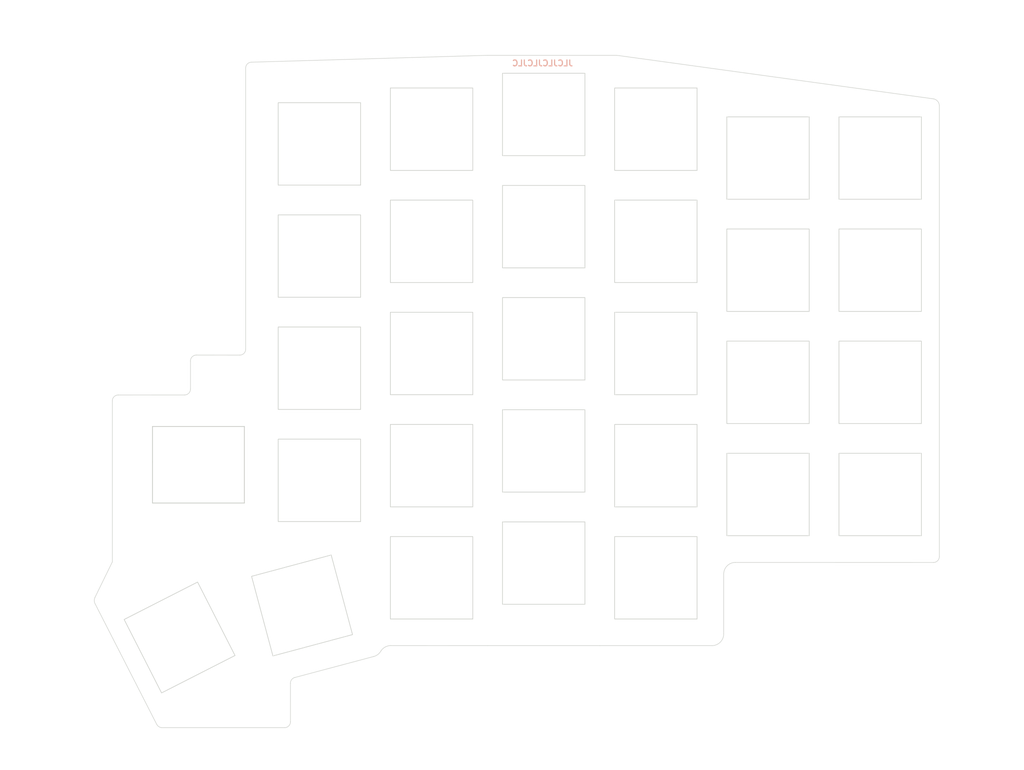
<source format=kicad_pcb>
(kicad_pcb (version 20221018) (generator pcbnew)
  (layers (0 "F.Cu" signal) (31 "B.Cu" signal) (34 "B.Paste" user) (35 "F.Paste" user) (36 "B.SilkS" user "B.Silkscreen") (37 "F.SilkS" user "F.Silkscreen") (38 "B.Mask" user) (39 "F.Mask" user) (44 "Edge.Cuts" user))
  (net 0 "")
  (footprint "SofleLoud:keyswitch_hole" (layer "F.Cu") (at 171.152 96.89 180)
    (fp_text reference "SW17" hide)
    (fp_text value "SW_PUSH_LED" hide)
    (fp_rect (start -7 -7) (end 7 7) (stroke (width 0.12)) (fill none) (layer "Edge.Cuts"))
  )
  (footprint "SofleLoud:keyswitch_hole" (layer "F.Cu") (at 94.952 75.44 180)
    (fp_text reference "SW7" hide)
    (fp_text value "SW_PUSH_LED" hide)
    (fp_rect (start -7 -7) (end 7 7) (stroke (width 0.12)) (fill none) (layer "Edge.Cuts"))
  )
  (footprint "SofleLoud:keyswitch_hole" (layer "F.Cu") (at 94.952 113.54 180)
    (fp_text reference "SW19" hide)
    (fp_text value "SW_PUSH_LED" hide)
    (fp_rect (start -7 -7) (end 7 7) (stroke (width 0.12)) (fill none) (layer "Edge.Cuts"))
  )
  (footprint "SofleLoud:keyswitch_hole" (layer "F.Cu") (at 171.152 115.94 180)
    (fp_text reference "SW23" hide)
    (fp_text value "SW_PUSH_LED" hide)
    (fp_rect (start -7 -7) (end 7 7) (stroke (width 0.12)) (fill none) (layer "Edge.Cuts"))
  )
  (footprint "SofleLoud:keyswitch_hole" (layer "F.Cu") (at 133.052 127.59 180)
    (fp_text reference "SW29" hide)
    (fp_text value "SW_PUSH_LED" hide)
    (fp_rect (start -7 -7) (end 7 7) (stroke (width 0.12)) (fill none) (layer "Edge.Cuts"))
  )
  (footprint "SofleLoud:keyswitch_hole" (layer "F.Cu") (at 114.002 53.89 180)
    (fp_text reference "SW2" hide)
    (fp_text value "SW_PUSH_LED" hide)
    (fp_rect (start -7 -7) (end 7 7) (stroke (width 0.12)) (fill none) (layer "Edge.Cuts"))
  )
  (footprint "SofleLoud:keyswitch_hole" (layer "F.Cu") (at 114.002 72.94 180)
    (fp_text reference "SW8" hide)
    (fp_text value "SW_PUSH_LED" hide)
    (fp_rect (start -7 -7) (end 7 7) (stroke (width 0.12)) (fill none) (layer "Edge.Cuts"))
  )
  (footprint "SofleLoud:keyswitch_hole" (layer "F.Cu") (at 94.952 94.49 180)
    (fp_text reference "SW13" hide)
    (fp_text value "SW_PUSH_LED" hide)
    (fp_rect (start -7 -7) (end 7 7) (stroke (width 0.12)) (fill none) (layer "Edge.Cuts"))
  )
  (footprint "SofleLoud:keyswitch_hole" (layer "F.Cu") (at 133.052 70.44 180)
    (fp_text reference "SW9" hide)
    (fp_text value "SW_PUSH_LED" hide)
    (fp_rect (start -7 -7) (end 7 7) (stroke (width 0.12)) (fill none) (layer "Edge.Cuts"))
  )
  (footprint "SofleLoud:keyswitch_hole" (layer "F.Cu") (at 152.102 53.89 180)
    (fp_text reference "SW4" hide)
    (fp_text value "SW_PUSH_LED" hide)
    (fp_rect (start -7 -7) (end 7 7) (stroke (width 0.12)) (fill none) (layer "Edge.Cuts"))
  )
  (footprint "SofleLoud:keyswitch_hole" (layer "F.Cu") (at 171.152 77.84 180)
    (fp_text reference "SW11" hide)
    (fp_text value "SW_PUSH_LED" hide)
    (fp_rect (start -7 -7) (end 7 7) (stroke (width 0.12)) (fill none) (layer "Edge.Cuts"))
  )
  (footprint "SofleChocLoud:M2_HOLE_PCB_through_hole" (layer "F.Cu") (at 63.577 102.85)
    (fp_text reference "TH1" hide)
    (fp_text value "HOLE" hide)
    (pad "" np_thru_hole circle (at 0 0) (size 4.7 4.7) (drill 4.7) (layers "*.Cu" "*.Mask"))
  )
  (footprint "SofleLoud:keyswitch_hole" (layer "F.Cu") (at 152.102 130.09 180)
    (fp_text reference "SW30" hide)
    (fp_text value "SW_PUSH_LED" hide)
    (fp_rect (start -7 -7) (end 7 7) (stroke (width 0.12)) (fill none) (layer "Edge.Cuts"))
  )
  (footprint "SofleLoud:RotaryEncoder_hole" (layer "F.Cu") (at 74.402 110.89 180)
    (fp_text reference "SW25" hide)
    (fp_text value "Rotary_Encoder_Switch")
    (fp_line (start -7.8 -6.5) (end -7.8 6.5) (stroke (width 0.15)) (layer "Edge.Cuts"))
    (fp_line (start -7.8 6.5) (end 7.8 6.5) (stroke (width 0.15)) (layer "Edge.Cuts"))
    (fp_line (start 7.8 -6.5) (end -7.8 -6.5) (stroke (width 0.15)) (layer "Edge.Cuts"))
    (fp_line (start 7.8 0.5) (end 7.8 -6.5) (stroke (width 0.15)) (layer "Edge.Cuts"))
    (fp_line (start 7.8 6.5) (end 7.8 0.5) (stroke (width 0.15)) (layer "Edge.Cuts"))
  )
  (footprint "SofleLoud:keyswitch_hole" (layer "F.Cu") (at 152.102 91.99 180)
    (fp_text reference "SW16" hide)
    (fp_text value "SW_PUSH_LED" hide)
    (fp_rect (start -7 -7) (end 7 7) (stroke (width 0.12)) (fill none) (layer "Edge.Cuts"))
  )
  (footprint "SofleLoud:keyswitch_hole" (layer "F.Cu") (at 71.197746 140.230809 117)
    (fp_text reference "SW26" hide)
    (fp_text value "SW_PUSH_LED" hide)
    (fp_rect (start -7 -7) (end 7 7) (stroke (width 0.12)) (fill none) (layer "Edge.Cuts"))
  )
  (footprint "SofleLoud:keyswitch_hole" (layer "F.Cu") (at 133.052 89.49 180)
    (fp_text reference "SW15" hide)
    (fp_text value "SW_PUSH_LED" hide)
    (fp_rect (start -7 -7) (end 7 7) (stroke (width 0.12)) (fill none) (layer "Edge.Cuts"))
  )
  (footprint "SofleLoud:keyswitch_hole" (layer "F.Cu") (at 94.952 56.39 180)
    (fp_text reference "SW1" hide)
    (fp_text value "SW_PUSH_LED" hide)
    (fp_rect (start -7 -7) (end 7 7) (stroke (width 0.12)) (fill none) (layer "Edge.Cuts"))
  )
  (footprint "SofleLoud:keyswitch_hole" (layer "F.Cu") (at 171.152 58.79 180)
    (fp_text reference "SW5" hide)
    (fp_text value "SW_PUSH_LED" hide)
    (fp_rect (start -7 -7) (end 7 7) (stroke (width 0.12)) (fill none) (layer "Edge.Cuts"))
  )
  (footprint "SofleLoud:keyswitch_hole" (layer "F.Cu") (at 114.002 91.99 180)
    (fp_text reference "SW14" hide)
    (fp_text value "SW_PUSH_LED" hide)
    (fp_rect (start -7 -7) (end 7 7) (stroke (width 0.12)) (fill none) (layer "Edge.Cuts"))
  )
  (footprint "SofleLoud:keyswitch_hole" (layer "F.Cu") (at 190.202 115.94 180)
    (fp_text reference "SW24" hide)
    (fp_text value "SW_PUSH_LED" hide)
    (fp_rect (start -7 -7) (end 7 7) (stroke (width 0.12)) (fill none) (layer "Edge.Cuts"))
  )
  (footprint "SofleLoud:keyswitch_hole" (layer "F.Cu") (at 190.202 96.89 180)
    (fp_text reference "SW18" hide)
    (fp_text value "SW_PUSH_LED" hide)
    (fp_rect (start -7 -7) (end 7 7) (stroke (width 0.12)) (fill none) (layer "Edge.Cuts"))
  )
  (footprint "SofleChocLoud:M2_HOLE_PCB_through_hole" (layer "F.Cu") (at 77.738053 95.648552)
    (fp_text reference "TH2" hide)
    (fp_text value "HOLE" hide)
    (pad "" np_thru_hole circle (at 0 0) (size 4.7 4.7) (drill 4.7) (layers "*.Cu" "*.Mask"))
  )
  (footprint "SofleLoud:keyswitch_hole" (layer "F.Cu") (at 133.052 51.39 180)
    (fp_text reference "SW3" hide)
    (fp_text value "SW_PUSH_LED" hide)
    (fp_rect (start -7 -7) (end 7 7) (stroke (width 0.12)) (fill none) (layer "Edge.Cuts"))
  )
  (footprint "SofleChocLoud:M2_HOLE_PCB_through_hole" (layer "F.Cu") (at 103.842 65.9)
    (fp_text reference "TH3" hide)
    (fp_text value "HOLE" hide)
    (pad "" np_thru_hole circle (at 0 0) (size 4.7 4.7) (drill 4.7) (layers "*.Cu" "*.Mask"))
  )
  (footprint "SofleChocLoud:M2_HOLE_PCB_through_hole" (layer "F.Cu") (at 180.692 68.3)
    (fp_text reference "TH4" hide)
    (fp_text value "HOLE" hide)
    (pad "" np_thru_hole circle (at 0 0) (size 4.7 4.7) (drill 4.7) (layers "*.Cu" "*.Mask"))
  )
  (footprint "SofleLoud:keyswitch_hole" (layer "F.Cu") (at 92.002 134.79 -165)
    (fp_text reference "SW27" hide)
    (fp_text value "SW_PUSH_LED" hide)
    (fp_rect (start -7 -7) (end 7 7) (stroke (width 0.12)) (fill none) (layer "Edge.Cuts"))
  )
  (footprint "SofleLoud:keyswitch_hole" (layer "F.Cu") (at 152.102 111.04 180)
    (fp_text reference "SW22" hide)
    (fp_text value "SW_PUSH_LED" hide)
    (fp_rect (start -7 -7) (end 7 7) (stroke (width 0.12)) (fill none) (layer "Edge.Cuts"))
  )
  (footprint "SofleLoud:keyswitch_hole" (layer "F.Cu") (at 152.102 72.94 180)
    (fp_text reference "SW10" hide)
    (fp_text value "SW_PUSH_LED" hide)
    (fp_rect (start -7 -7) (end 7 7) (stroke (width 0.12)) (fill none) (layer "Edge.Cuts"))
  )
  (footprint "SofleLoud:keyswitch_hole" (layer "F.Cu") (at 114.002 130.09 180)
    (fp_text reference "SW28" hide)
    (fp_text value "SW_PUSH_LED" hide)
    (fp_rect (start -7 -7) (end 7 7) (stroke (width 0.12)) (fill none) (layer "Edge.Cuts"))
  )
  (footprint "SofleLoud:keyswitch_hole" (layer "F.Cu") (at 190.202 58.79 180)
    (fp_text reference "SW6" hide)
    (fp_text value "SW_PUSH_LED" hide)
    (fp_rect (start -7 -7) (end 7 7) (stroke (width 0.12)) (fill none) (layer "Edge.Cuts"))
  )
  (footprint "SofleLoud:keyswitch_hole" (layer "F.Cu") (at 190.202 77.84 180)
    (fp_text reference "SW12" hide)
    (fp_text value "SW_PUSH_LED" hide)
    (fp_rect (start -7 -7) (end 7 7) (stroke (width 0.12)) (fill none) (layer "Edge.Cuts"))
  )
  (footprint "SofleChocLoud:M2_HOLE_PCB_through_hole" (layer "F.Cu") (at 103.932 103.85)
    (fp_text reference "TH5" hide)
    (fp_text value "HOLE" hide)
    (pad "" np_thru_hole circle (at 0 0) (size 4.7 4.7) (drill 4.7) (layers "*.Cu" "*.Mask"))
  )
  (footprint "SofleLoud:keyswitch_hole" (layer "F.Cu") (at 133.052 108.54 180)
    (fp_text reference "SW21" hide)
    (fp_text value "SW_PUSH_LED" hide)
    (fp_rect (start -7 -7) (end 7 7) (stroke (width 0.12)) (fill none) (layer "Edge.Cuts"))
  )
  (footprint "SofleLoud:keyswitch_hole" (layer "F.Cu") (at 114.002 111.04 180)
    (fp_text reference "SW20" hide)
    (fp_text value "SW_PUSH_LED" hide)
    (fp_rect (start -7 -7) (end 7 7) (stroke (width 0.12)) (fill none) (layer "Edge.Cuts"))
  )
  (footprint "SofleChocLoud:M2_HOLE_PCB_through_hole" (layer "F.Cu") (at 180.677 106.415)
    (fp_text reference "TH6" hide)
    (fp_text value "HOLE" hide)
    (pad "" np_thru_hole circle (at 0 0) (size 4.7 4.7) (drill 4.7) (layers "*.Cu" "*.Mask"))
  )
  (gr_arc (start 59.777 100.04) (mid 60.069893 99.332893) (end 60.777 99.04) (stroke (width 0.1)) (layer "Edge.Cuts"))
  (gr_arc (start 56.872032 134.549982) (mid 56.711635 134.007482) (end 56.814647 133.451224) (stroke (width 0.1)) (layer "Edge.Cuts"))
  (gr_line (start 72.049107 99.034212) (end 60.777 99.04) (stroke (width 0.1)) (layer "Edge.Cuts"))
  (gr_arc (start 90.032 154.55) (mid 89.739107 155.257107) (end 89.032 155.55) (stroke (width 0.1)) (layer "Edge.Cuts"))
  (gr_line (start 89.032 155.55) (end 68.132 155.549999) (stroke (width 0.1)) (layer "Edge.Cuts"))
  (gr_arc (start 82.427 43.507107) (mid 82.719891 42.799996) (end 83.427 42.507107) (stroke (width 0.1)) (layer "Edge.Cuts"))
  (gr_line (start 123.502 41.34) (end 145.452 41.34) (stroke (width 0.1)) (layer "Edge.Cuts"))
  (gr_line (start 56.814647 133.451224) (end 59.777 127.39) (stroke (width 0.1)) (layer "Edge.Cuts"))
  (gr_line (start 90.792 147.02) (end 104.185333 143.457044) (stroke (width 0.1)) (layer "Edge.Cuts"))
  (gr_arc (start 90.032751 147.99) (mid 90.245133 147.374095) (end 90.792 147.02) (stroke (width 0.1)) (layer "Edge.Cuts"))
  (gr_arc (start 73.049107 98.034212) (mid 72.756213 98.741316) (end 72.049107 99.034212) (stroke (width 0.1)) (layer "Edge.Cuts"))
  (gr_line (start 145.452 41.34) (end 199.28331 48.740671) (stroke (width 0.1)) (layer "Edge.Cuts"))
  (gr_arc (start 73.049107 93.257107) (mid 73.341998 92.549998) (end 74.049107 92.257107) (stroke (width 0.1)) (layer "Edge.Cuts"))
  (gr_arc (start 163.627 129.46) (mid 164.206604 128.063176) (end 165.601949 127.480019) (stroke (width 0.1)) (layer "Edge.Cuts"))
  (gr_arc (start 82.427 91.262893) (mid 82.134109 91.970004) (end 81.427 92.262893) (stroke (width 0.1)) (layer "Edge.Cuts"))
  (gr_line (start 107.086214 141.607053) (end 123.527 141.615) (stroke (width 0.1)) (layer "Edge.Cuts"))
  (gr_line (start 142.577 141.615) (end 123.527 141.615) (stroke (width 0.1)) (layer "Edge.Cuts"))
  (gr_arc (start 105.399747 142.525192) (mid 106.126117 141.851468) (end 107.086214 141.607053) (stroke (width 0.1)) (layer "Edge.Cuts"))
  (gr_line (start 74.049107 92.257107) (end 81.427 92.262893) (stroke (width 0.1)) (layer "Edge.Cuts"))
  (gr_line (start 82.427 91.262893) (end 82.427 43.507107) (stroke (width 0.1)) (layer "Edge.Cuts"))
  (gr_arc (start 200.251999 126.49) (mid 199.959106 127.197106) (end 199.251999 127.49) (stroke (width 0.1)) (layer "Edge.Cuts"))
  (gr_line (start 142.577 141.615) (end 161.627 141.615) (stroke (width 0.1)) (layer "Edge.Cuts"))
  (gr_line (start 59.777 127.39) (end 59.777 100.04) (stroke (width 0.1)) (layer "Edge.Cuts"))
  (gr_line (start 200.251965 49.890002) (end 200.251999 126.49) (stroke (width 0.1)) (layer "Edge.Cuts"))
  (gr_line (start 163.627 139.615) (end 163.627 129.46) (stroke (width 0.1)) (layer "Edge.Cuts"))
  (gr_arc (start 163.627 139.615) (mid 163.041214 141.029214) (end 161.627 141.615) (stroke (width 0.1)) (layer "Edge.Cuts"))
  (gr_line (start 73.049107 98.034212) (end 73.049107 93.257107) (stroke (width 0.1)) (layer "Edge.Cuts"))
  (gr_arc (start 199.28331 48.740671) (mid 199.96694 49.147364) (end 200.251965 49.890002) (stroke (width 0.1)) (layer "Edge.Cuts"))
  (gr_line (start 165.601949 127.480019) (end 199.251999 127.49) (stroke (width 0.1)) (layer "Edge.Cuts"))
  (gr_line (start 90.032751 147.99) (end 90.032 154.55) (stroke (width 0.1)) (layer "Edge.Cuts"))
  (gr_line (start 83.427 42.507107) (end 123.502 41.34) (stroke (width 0.1)) (layer "Edge.Cuts"))
  (gr_arc (start 68.132 155.549999) (mid 67.677838 155.375607) (end 67.338528 155.026976) (stroke (width 0.1)) (layer "Edge.Cuts"))
  (gr_arc (start 105.399746 142.525192) (mid 104.885219 143.111899) (end 104.185334 143.457044) (stroke (width 0.1)) (layer "Edge.Cuts"))
  (gr_line (start 56.872032 134.549982) (end 67.338528 155.026976) (stroke (width 0.1)) (layer "Edge.Cuts"))
  (gr_text "JLCJLCJLCJLC" (at 132.852 43.26) (layer "B.SilkS") (effects (font (size 1 1) (thickness 0.2) bold) (justify bottom mirror)))
)
</source>
